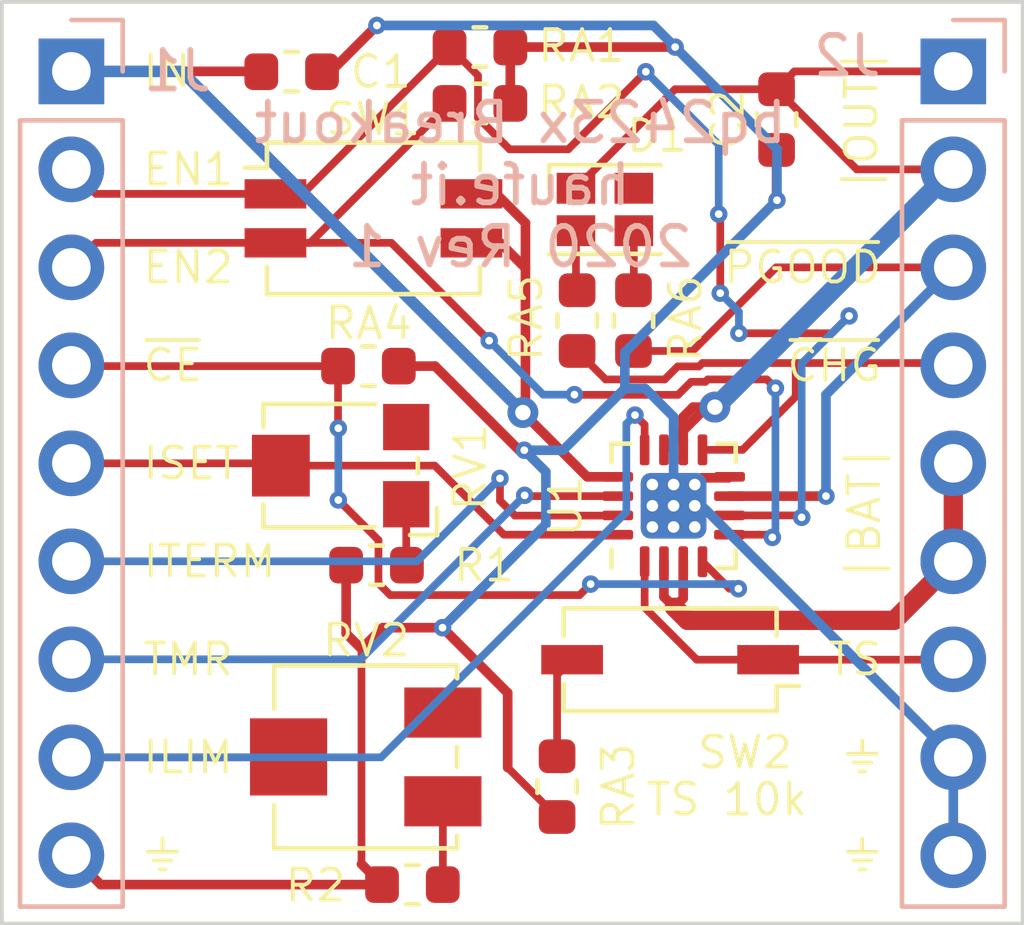
<source format=kicad_pcb>
(kicad_pcb (version 20171130) (host pcbnew 5.1.6+dfsg1-1)

  (general
    (thickness 1.6002)
    (drawings 22)
    (tracks 211)
    (zones 0)
    (modules 18)
    (nets 20)
  )

  (page A4)
  (title_block
    (rev 1)
  )

  (layers
    (0 Front signal)
    (31 Back signal)
    (34 B.Paste user)
    (35 F.Paste user)
    (36 B.SilkS user)
    (37 F.SilkS user)
    (38 B.Mask user)
    (39 F.Mask user)
    (44 Edge.Cuts user)
    (45 Margin user)
    (46 B.CrtYd user)
    (47 F.CrtYd user)
    (48 B.Fab user hide)
    (49 F.Fab user hide)
  )

  (setup
    (last_trace_width 0.2)
    (user_trace_width 0.1)
    (user_trace_width 0.2)
    (user_trace_width 0.25)
    (user_trace_width 0.3)
    (user_trace_width 0.5)
    (trace_clearance 0.2)
    (zone_clearance 0.508)
    (zone_45_only no)
    (trace_min 0.1)
    (via_size 0.8)
    (via_drill 0.4)
    (via_min_size 0.45)
    (via_min_drill 0.2)
    (user_via 0.45 0.2)
    (user_via 0.8 0.4)
    (uvia_size 0.8)
    (uvia_drill 0.4)
    (uvias_allowed no)
    (uvia_min_size 0)
    (uvia_min_drill 0)
    (edge_width 0.1)
    (segment_width 0.1)
    (pcb_text_width 0.3)
    (pcb_text_size 1.5 1.5)
    (mod_edge_width 0.1)
    (mod_text_size 0.8 0.8)
    (mod_text_width 0.1)
    (pad_size 1.524 1.524)
    (pad_drill 0.762)
    (pad_to_mask_clearance 0)
    (solder_mask_min_width 0.1)
    (aux_axis_origin 0 0)
    (visible_elements FFFFFF7F)
    (pcbplotparams
      (layerselection 0x010fc_ffffffff)
      (usegerberextensions false)
      (usegerberattributes false)
      (usegerberadvancedattributes false)
      (creategerberjobfile false)
      (excludeedgelayer true)
      (linewidth 0.152400)
      (plotframeref false)
      (viasonmask false)
      (mode 1)
      (useauxorigin false)
      (hpglpennumber 1)
      (hpglpenspeed 20)
      (hpglpendiameter 15.000000)
      (psnegative false)
      (psa4output false)
      (plotreference true)
      (plotvalue false)
      (plotinvisibletext false)
      (padsonsilk false)
      (subtractmaskfromsilk true)
      (outputformat 1)
      (mirror false)
      (drillshape 0)
      (scaleselection 1)
      (outputdirectory "./gerbers_for_aisler"))
  )

  (net 0 "")
  (net 1 /OUT)
  (net 2 /ISET)
  (net 3 /ITERM)
  (net 4 /TMR)
  (net 5 /ILIM)
  (net 6 /~CHG)
  (net 7 GND)
  (net 8 /~PGOOD)
  (net 9 /EN1)
  (net 10 /EN2)
  (net 11 /~CE)
  (net 12 /BAT)
  (net 13 /TS)
  (net 14 /IN)
  (net 15 "Net-(R1-Pad1)")
  (net 16 "Net-(R2-Pad1)")
  (net 17 "Net-(RA3-Pad2)")
  (net 18 "Net-(D1-Pad4)")
  (net 19 "Net-(D1-Pad3)")

  (net_class Default "This is the default net class."
    (clearance 0.2)
    (trace_width 0.2)
    (via_dia 0.8)
    (via_drill 0.4)
    (uvia_dia 0.8)
    (uvia_drill 0.4)
    (diff_pair_width 0.25)
    (diff_pair_gap 0.25)
    (add_net /BAT)
    (add_net /EN1)
    (add_net /EN2)
    (add_net /ILIM)
    (add_net /IN)
    (add_net /ISET)
    (add_net /ITERM)
    (add_net /OUT)
    (add_net /TMR)
    (add_net /TS)
    (add_net /~CE)
    (add_net /~CHG)
    (add_net /~PGOOD)
    (add_net "Net-(D1-Pad3)")
    (add_net "Net-(D1-Pad4)")
    (add_net "Net-(R1-Pad1)")
    (add_net "Net-(R2-Pad1)")
    (add_net "Net-(RA3-Pad2)")
  )

  (net_class GND ""
    (clearance 0.1)
    (trace_width 0.25)
    (via_dia 0.8)
    (via_drill 0.4)
    (uvia_dia 0.8)
    (uvia_drill 0.4)
    (diff_pair_width 0.25)
    (diff_pair_gap 0.25)
    (add_net GND)
  )

  (net_class Min ""
    (clearance 0.1)
    (trace_width 0.1)
    (via_dia 0.45)
    (via_drill 0.2)
    (uvia_dia 0.45)
    (uvia_drill 0.2)
    (diff_pair_width 0.12)
    (diff_pair_gap 0.12)
  )

  (module Resistor_SMD:R_0603_1608Metric (layer Front) (tedit 5B301BBD) (tstamp 5F1BBA16)
    (at 114.57 106.46 270)
    (descr "Resistor SMD 0603 (1608 Metric), square (rectangular) end terminal, IPC_7351 nominal, (Body size source: http://www.tortai-tech.com/upload/download/2011102023233369053.pdf), generated with kicad-footprint-generator")
    (tags resistor)
    (path /5F28FC99)
    (attr smd)
    (fp_text reference RA6 (at -0.05 -1.35 90) (layer F.SilkS)
      (effects (font (size 0.8 0.8) (thickness 0.1)))
    )
    (fp_text value 10k (at 0 1.43 90) (layer F.Fab)
      (effects (font (size 1 1) (thickness 0.15)))
    )
    (fp_text user %R (at 0 0 90) (layer F.Fab)
      (effects (font (size 0.4 0.4) (thickness 0.06)))
    )
    (fp_line (start -0.8 0.4) (end -0.8 -0.4) (layer F.Fab) (width 0.1))
    (fp_line (start -0.8 -0.4) (end 0.8 -0.4) (layer F.Fab) (width 0.1))
    (fp_line (start 0.8 -0.4) (end 0.8 0.4) (layer F.Fab) (width 0.1))
    (fp_line (start 0.8 0.4) (end -0.8 0.4) (layer F.Fab) (width 0.1))
    (fp_line (start -0.162779 -0.51) (end 0.162779 -0.51) (layer F.SilkS) (width 0.12))
    (fp_line (start -0.162779 0.51) (end 0.162779 0.51) (layer F.SilkS) (width 0.12))
    (fp_line (start -1.48 0.73) (end -1.48 -0.73) (layer F.CrtYd) (width 0.05))
    (fp_line (start -1.48 -0.73) (end 1.48 -0.73) (layer F.CrtYd) (width 0.05))
    (fp_line (start 1.48 -0.73) (end 1.48 0.73) (layer F.CrtYd) (width 0.05))
    (fp_line (start 1.48 0.73) (end -1.48 0.73) (layer F.CrtYd) (width 0.05))
    (pad 2 smd roundrect (at 0.7875 0 270) (size 0.875 0.95) (layers Front F.Paste F.Mask) (roundrect_rratio 0.25)
      (net 8 /~PGOOD))
    (pad 1 smd roundrect (at -0.7875 0 270) (size 0.875 0.95) (layers Front F.Paste F.Mask) (roundrect_rratio 0.25)
      (net 19 "Net-(D1-Pad3)"))
    (model ${KISYS3DMOD}/Resistor_SMD.3dshapes/R_0603_1608Metric.wrl
      (at (xyz 0 0 0))
      (scale (xyz 1 1 1))
      (rotate (xyz 0 0 0))
    )
  )

  (module Resistor_SMD:R_0603_1608Metric (layer Front) (tedit 5B301BBD) (tstamp 5F1BBA05)
    (at 113.11 106.46 270)
    (descr "Resistor SMD 0603 (1608 Metric), square (rectangular) end terminal, IPC_7351 nominal, (Body size source: http://www.tortai-tech.com/upload/download/2011102023233369053.pdf), generated with kicad-footprint-generator")
    (tags resistor)
    (path /5F28F5C0)
    (attr smd)
    (fp_text reference RA5 (at -0.07 1.32 90) (layer F.SilkS)
      (effects (font (size 0.8 0.8) (thickness 0.1)))
    )
    (fp_text value 10k (at 0 1.43 90) (layer F.Fab)
      (effects (font (size 1 1) (thickness 0.15)))
    )
    (fp_text user %R (at 0 0 90) (layer F.Fab)
      (effects (font (size 0.4 0.4) (thickness 0.06)))
    )
    (fp_line (start -0.8 0.4) (end -0.8 -0.4) (layer F.Fab) (width 0.1))
    (fp_line (start -0.8 -0.4) (end 0.8 -0.4) (layer F.Fab) (width 0.1))
    (fp_line (start 0.8 -0.4) (end 0.8 0.4) (layer F.Fab) (width 0.1))
    (fp_line (start 0.8 0.4) (end -0.8 0.4) (layer F.Fab) (width 0.1))
    (fp_line (start -0.162779 -0.51) (end 0.162779 -0.51) (layer F.SilkS) (width 0.12))
    (fp_line (start -0.162779 0.51) (end 0.162779 0.51) (layer F.SilkS) (width 0.12))
    (fp_line (start -1.48 0.73) (end -1.48 -0.73) (layer F.CrtYd) (width 0.05))
    (fp_line (start -1.48 -0.73) (end 1.48 -0.73) (layer F.CrtYd) (width 0.05))
    (fp_line (start 1.48 -0.73) (end 1.48 0.73) (layer F.CrtYd) (width 0.05))
    (fp_line (start 1.48 0.73) (end -1.48 0.73) (layer F.CrtYd) (width 0.05))
    (pad 2 smd roundrect (at 0.7875 0 270) (size 0.875 0.95) (layers Front F.Paste F.Mask) (roundrect_rratio 0.25)
      (net 6 /~CHG))
    (pad 1 smd roundrect (at -0.7875 0 270) (size 0.875 0.95) (layers Front F.Paste F.Mask) (roundrect_rratio 0.25)
      (net 18 "Net-(D1-Pad4)"))
    (model ${KISYS3DMOD}/Resistor_SMD.3dshapes/R_0603_1608Metric.wrl
      (at (xyz 0 0 0))
      (scale (xyz 1 1 1))
      (rotate (xyz 0 0 0))
    )
  )

  (module LED_SMD:LED_Cree-PLCC4_2x2mm_CW (layer Front) (tedit 59D415EA) (tstamp 5F1BB8C4)
    (at 113.83 103.58)
    (descr "2.0mm x 2.0mm PLCC4 LED, http://www.cree.com/~/media/Files/Cree/LED-Components-and-Modules/HB/Data-Sheets/CLMVBFKA.pdf")
    (tags "LED Cree PLCC-4")
    (path /5F28149B)
    (attr smd)
    (fp_text reference D1 (at 1.35 -1.91) (layer F.SilkS)
      (effects (font (size 0.8 0.8) (thickness 0.1)))
    )
    (fp_text value LED_ABGR (at 0 2.25) (layer F.Fab)
      (effects (font (size 1 1) (thickness 0.15)))
    )
    (fp_text user %R (at 0 0) (layer F.Fab)
      (effects (font (size 0.5 0.5) (thickness 0.075)))
    )
    (fp_circle (center 0 0) (end 0.8 0) (layer F.Fab) (width 0.1))
    (fp_line (start -1.7 -1.4) (end -1.7 1.4) (layer F.CrtYd) (width 0.05))
    (fp_line (start -1.7 1.4) (end 1.7 1.4) (layer F.CrtYd) (width 0.05))
    (fp_line (start 1.7 1.4) (end 1.7 -1.4) (layer F.CrtYd) (width 0.05))
    (fp_line (start 1.7 -1.4) (end -1.7 -1.4) (layer F.CrtYd) (width 0.05))
    (fp_line (start 0 -1) (end -1 0) (layer F.Fab) (width 0.1))
    (fp_line (start -1 -1) (end -1 1) (layer F.Fab) (width 0.1))
    (fp_line (start -1 1) (end 1 1) (layer F.Fab) (width 0.1))
    (fp_line (start 1 1) (end 1 -1) (layer F.Fab) (width 0.1))
    (fp_line (start 1 -1) (end -1 -1) (layer F.Fab) (width 0.1))
    (fp_line (start -1.45 -0.55) (end -1.45 -1.15) (layer F.SilkS) (width 0.12))
    (fp_line (start -1.45 -1.15) (end 1.45 -1.15) (layer F.SilkS) (width 0.12))
    (fp_line (start -1.45 1.15) (end 1.45 1.15) (layer F.SilkS) (width 0.12))
    (pad 4 smd rect (at -0.75 0.55) (size 1 0.8) (layers Front F.Paste F.Mask)
      (net 18 "Net-(D1-Pad4)"))
    (pad 3 smd rect (at 0.75 0.55) (size 1 0.8) (layers Front F.Paste F.Mask)
      (net 19 "Net-(D1-Pad3)"))
    (pad 2 smd rect (at 0.75 -0.55) (size 1 0.8) (layers Front F.Paste F.Mask))
    (pad 1 smd rect (at -0.75 -0.55) (size 1 0.8) (layers Front F.Paste F.Mask)
      (net 1 /OUT))
    (model ${KISYS3DMOD}/LED_SMD.3dshapes/LED_Cree-PLCC4_2x2mm_CW.wrl
      (at (xyz 0 0 0))
      (scale (xyz 1 1 1))
      (rotate (xyz 0 0 0))
    )
  )

  (module Potentiometer_SMD:Potentiometer_Bourns_TC33X_Vertical (layer Front) (tedit 5C165D15) (tstamp 5F1B2004)
    (at 106.88 110.22 180)
    (descr "Potentiometer, Bourns, TC33X, Vertical, https://www.bourns.com/pdfs/TC33.pdf")
    (tags "Potentiometer Bourns TC33X Vertical")
    (path /5F2322AC)
    (attr smd)
    (fp_text reference RV1 (at -3.46 -0.04 90) (layer F.SilkS)
      (effects (font (size 0.8 0.8) (thickness 0.1)))
    )
    (fp_text value 30k (at 0 2.5) (layer F.Fab)
      (effects (font (size 1 1) (thickness 0.15)))
    )
    (fp_text user "Wiper may be\nanywhere within\ncircle shown" (at -0.15 -0.8) (layer Cmts.User)
      (effects (font (size 0.15 0.15) (thickness 0.02)))
    )
    (fp_text user %R (at 0 0) (layer F.Fab)
      (effects (font (size 0.7 0.7) (thickness 0.105)))
    )
    (fp_circle (center 0 0) (end 1.5 0) (layer F.Fab) (width 0.1))
    (fp_line (start -2 -0.75) (end -2 1.5) (layer F.Fab) (width 0.1))
    (fp_line (start -2 1.5) (end 1.8 1.5) (layer F.Fab) (width 0.1))
    (fp_line (start 1.8 1.5) (end 1.8 -1.5) (layer F.Fab) (width 0.1))
    (fp_line (start 1.8 -1.5) (end -1.25 -1.5) (layer F.Fab) (width 0.1))
    (fp_line (start -1.25 -1.5) (end -2 -0.75) (layer F.Fab) (width 0.1))
    (fp_line (start -2.1 -0.2) (end -2.1 0.2) (layer F.SilkS) (width 0.12))
    (fp_line (start -1 -1.6) (end 1.9 -1.6) (layer F.SilkS) (width 0.12))
    (fp_line (start 1.9 -1.6) (end 1.9 -1) (layer F.SilkS) (width 0.12))
    (fp_line (start -1 1.6) (end 1.9 1.6) (layer F.SilkS) (width 0.12))
    (fp_line (start 1.9 1.6) (end 1.9 1) (layer F.SilkS) (width 0.12))
    (fp_line (start -1.9 -1.8) (end -2.6 -1.8) (layer F.SilkS) (width 0.12))
    (fp_line (start -2.6 -1.8) (end -2.6 -1.1) (layer F.SilkS) (width 0.12))
    (fp_line (start -2.65 -1.85) (end 2.45 -1.85) (layer F.CrtYd) (width 0.05))
    (fp_line (start 2.45 -1.85) (end 2.45 1.85) (layer F.CrtYd) (width 0.05))
    (fp_line (start 2.45 1.85) (end -2.65 1.85) (layer F.CrtYd) (width 0.05))
    (fp_line (start -2.65 1.85) (end -2.65 -1.85) (layer F.CrtYd) (width 0.05))
    (fp_circle (center 0 0) (end 1.8 0) (layer Dwgs.User) (width 0.05))
    (pad 2 smd rect (at 1.45 0 180) (size 1.5 1.6) (layers Front F.Paste F.Mask)
      (net 2 /ISET))
    (pad 3 smd rect (at -1.8 1 180) (size 1.2 1.2) (layers Front F.Paste F.Mask))
    (pad 1 smd rect (at -1.8 -1 180) (size 1.2 1.2) (layers Front F.Paste F.Mask)
      (net 15 "Net-(R1-Pad1)"))
    (model ${KISYS3DMOD}/Potentiometer_SMD.3dshapes/Potentiometer_Bourns_TC33X_Vertical.wrl
      (at (xyz 0 0 0))
      (scale (xyz 1 1 1))
      (rotate (xyz 0 0 0))
    )
  )

  (module Potentiometer_SMD:Potentiometer_Bourns_3314J_Vertical (layer Front) (tedit 5A81E1D7) (tstamp 5F1AFDF9)
    (at 107.63 117.77 270)
    (descr "Potentiometer, vertical, Bourns 3314J, http://www.bourns.com/docs/Product-Datasheets/3314.pdf")
    (tags "Potentiometer vertical Bourns 3314J")
    (path /5F225D7E)
    (attr smd)
    (fp_text reference RV2 (at -3.02 -0.01 180) (layer F.SilkS)
      (effects (font (size 0.8 0.8) (thickness 0.1)))
    )
    (fp_text value 4k7 (at 0 4.25 90) (layer F.Fab)
      (effects (font (size 1 1) (thickness 0.15)))
    )
    (fp_text user %R (at 0 -1.7 90) (layer F.Fab)
      (effects (font (size 0.63 0.63) (thickness 0.15)))
    )
    (fp_circle (center 0 0) (end 1 0) (layer F.Fab) (width 0.1))
    (fp_line (start -2.25 -2.25) (end -2.25 2.25) (layer F.Fab) (width 0.1))
    (fp_line (start -2.25 2.25) (end 2.25 2.25) (layer F.Fab) (width 0.1))
    (fp_line (start 2.25 2.25) (end 2.25 -2.25) (layer F.Fab) (width 0.1))
    (fp_line (start 2.25 -2.25) (end -2.25 -2.25) (layer F.Fab) (width 0.1))
    (fp_line (start 0 0.99) (end 0.001 -0.989) (layer F.Fab) (width 0.1))
    (fp_line (start 0 0.99) (end 0.001 -0.989) (layer F.Fab) (width 0.1))
    (fp_line (start 2.04 -2.37) (end 2.37 -2.37) (layer F.SilkS) (width 0.12))
    (fp_line (start -2.37 -2.37) (end -2.039 -2.37) (layer F.SilkS) (width 0.12))
    (fp_line (start -0.259 -2.37) (end 0.26 -2.37) (layer F.SilkS) (width 0.12))
    (fp_line (start -2.37 2.37) (end -1.24 2.37) (layer F.SilkS) (width 0.12))
    (fp_line (start 1.24 2.37) (end 2.37 2.37) (layer F.SilkS) (width 0.12))
    (fp_line (start -2.37 -2.37) (end -2.37 2.37) (layer F.SilkS) (width 0.12))
    (fp_line (start 2.37 -2.37) (end 2.37 2.37) (layer F.SilkS) (width 0.12))
    (fp_line (start -2.5 -3.25) (end -2.5 3.25) (layer F.CrtYd) (width 0.05))
    (fp_line (start -2.5 3.25) (end 2.5 3.25) (layer F.CrtYd) (width 0.05))
    (fp_line (start 2.5 3.25) (end 2.5 -3.25) (layer F.CrtYd) (width 0.05))
    (fp_line (start 2.5 -3.25) (end -2.5 -3.25) (layer F.CrtYd) (width 0.05))
    (pad 3 smd rect (at -1.15 -2 270) (size 1.3 2) (layers Front F.Paste F.Mask))
    (pad 2 smd rect (at 0 2 270) (size 2 2) (layers Front F.Paste F.Mask)
      (net 5 /ILIM))
    (pad 1 smd rect (at 1.15 -2 270) (size 1.3 2) (layers Front F.Paste F.Mask)
      (net 16 "Net-(R2-Pad1)"))
    (model ${KISYS3DMOD}/Potentiometer_SMD.3dshapes/Potentiometer_Bourns_3314J_Vertical.wrl
      (at (xyz 0 0 0))
      (scale (xyz 1 1 1))
      (rotate (xyz 0 0 0))
    )
  )

  (module Resistor_SMD:R_0603_1608Metric (layer Front) (tedit 5B301BBD) (tstamp 5F1B1A3D)
    (at 108.84 121.08 180)
    (descr "Resistor SMD 0603 (1608 Metric), square (rectangular) end terminal, IPC_7351 nominal, (Body size source: http://www.tortai-tech.com/upload/download/2011102023233369053.pdf), generated with kicad-footprint-generator")
    (tags resistor)
    (path /5F227F99)
    (attr smd)
    (fp_text reference R2 (at 2.51 -0.02 180) (layer F.SilkS)
      (effects (font (size 0.8 0.8) (thickness 0.1)))
    )
    (fp_text value 3k09 (at 0 1.43 180) (layer F.Fab)
      (effects (font (size 1 1) (thickness 0.15)))
    )
    (fp_text user %R (at 0 0 180) (layer F.Fab)
      (effects (font (size 0.4 0.4) (thickness 0.06)))
    )
    (fp_line (start -0.8 0.4) (end -0.8 -0.4) (layer F.Fab) (width 0.1))
    (fp_line (start -0.8 -0.4) (end 0.8 -0.4) (layer F.Fab) (width 0.1))
    (fp_line (start 0.8 -0.4) (end 0.8 0.4) (layer F.Fab) (width 0.1))
    (fp_line (start 0.8 0.4) (end -0.8 0.4) (layer F.Fab) (width 0.1))
    (fp_line (start -0.162779 -0.51) (end 0.162779 -0.51) (layer F.SilkS) (width 0.12))
    (fp_line (start -0.162779 0.51) (end 0.162779 0.51) (layer F.SilkS) (width 0.12))
    (fp_line (start -1.48 0.73) (end -1.48 -0.73) (layer F.CrtYd) (width 0.05))
    (fp_line (start -1.48 -0.73) (end 1.48 -0.73) (layer F.CrtYd) (width 0.05))
    (fp_line (start 1.48 -0.73) (end 1.48 0.73) (layer F.CrtYd) (width 0.05))
    (fp_line (start 1.48 0.73) (end -1.48 0.73) (layer F.CrtYd) (width 0.05))
    (pad 2 smd roundrect (at 0.7875 0 180) (size 0.875 0.95) (layers Front F.Paste F.Mask) (roundrect_rratio 0.25)
      (net 7 GND))
    (pad 1 smd roundrect (at -0.7875 0 180) (size 0.875 0.95) (layers Front F.Paste F.Mask) (roundrect_rratio 0.25)
      (net 16 "Net-(R2-Pad1)"))
    (model ${KISYS3DMOD}/Resistor_SMD.3dshapes/R_0603_1608Metric.wrl
      (at (xyz 0 0 0))
      (scale (xyz 1 1 1))
      (rotate (xyz 0 0 0))
    )
  )

  (module Resistor_SMD:R_0603_1608Metric (layer Front) (tedit 5B301BBD) (tstamp 5F1AFD8E)
    (at 107.91 112.8 180)
    (descr "Resistor SMD 0603 (1608 Metric), square (rectangular) end terminal, IPC_7351 nominal, (Body size source: http://www.tortai-tech.com/upload/download/2011102023233369053.pdf), generated with kicad-footprint-generator")
    (tags resistor)
    (path /5F234E0F)
    (attr smd)
    (fp_text reference R1 (at -2.79 -0.01 180) (layer F.SilkS)
      (effects (font (size 0.8 0.8) (thickness 0.1)))
    )
    (fp_text value 1k8 (at 0 1.43 180) (layer F.Fab)
      (effects (font (size 1 1) (thickness 0.15)))
    )
    (fp_text user %R (at 0 0 180) (layer F.Fab)
      (effects (font (size 0.4 0.4) (thickness 0.06)))
    )
    (fp_line (start -0.8 0.4) (end -0.8 -0.4) (layer F.Fab) (width 0.1))
    (fp_line (start -0.8 -0.4) (end 0.8 -0.4) (layer F.Fab) (width 0.1))
    (fp_line (start 0.8 -0.4) (end 0.8 0.4) (layer F.Fab) (width 0.1))
    (fp_line (start 0.8 0.4) (end -0.8 0.4) (layer F.Fab) (width 0.1))
    (fp_line (start -0.162779 -0.51) (end 0.162779 -0.51) (layer F.SilkS) (width 0.12))
    (fp_line (start -0.162779 0.51) (end 0.162779 0.51) (layer F.SilkS) (width 0.12))
    (fp_line (start -1.48 0.73) (end -1.48 -0.73) (layer F.CrtYd) (width 0.05))
    (fp_line (start -1.48 -0.73) (end 1.48 -0.73) (layer F.CrtYd) (width 0.05))
    (fp_line (start 1.48 -0.73) (end 1.48 0.73) (layer F.CrtYd) (width 0.05))
    (fp_line (start 1.48 0.73) (end -1.48 0.73) (layer F.CrtYd) (width 0.05))
    (pad 2 smd roundrect (at 0.7875 0 180) (size 0.875 0.95) (layers Front F.Paste F.Mask) (roundrect_rratio 0.25)
      (net 7 GND))
    (pad 1 smd roundrect (at -0.7875 0 180) (size 0.875 0.95) (layers Front F.Paste F.Mask) (roundrect_rratio 0.25)
      (net 15 "Net-(R1-Pad1)"))
    (model ${KISYS3DMOD}/Resistor_SMD.3dshapes/R_0603_1608Metric.wrl
      (at (xyz 0 0 0))
      (scale (xyz 1 1 1))
      (rotate (xyz 0 0 0))
    )
  )

  (module Resistor_SMD:R_0603_1608Metric (layer Front) (tedit 5B301BBD) (tstamp 5F1B450D)
    (at 107.7 107.64)
    (descr "Resistor SMD 0603 (1608 Metric), square (rectangular) end terminal, IPC_7351 nominal, (Body size source: http://www.tortai-tech.com/upload/download/2011102023233369053.pdf), generated with kicad-footprint-generator")
    (tags resistor)
    (path /5F213BE1)
    (attr smd)
    (fp_text reference RA4 (at 0.01 -1.11) (layer F.SilkS)
      (effects (font (size 0.8 0.8) (thickness 0.1)))
    )
    (fp_text value 10k (at 0 1.43) (layer F.Fab)
      (effects (font (size 1 1) (thickness 0.15)))
    )
    (fp_text user %R (at 0 0) (layer F.Fab)
      (effects (font (size 0.4 0.4) (thickness 0.06)))
    )
    (fp_line (start -0.8 0.4) (end -0.8 -0.4) (layer F.Fab) (width 0.1))
    (fp_line (start -0.8 -0.4) (end 0.8 -0.4) (layer F.Fab) (width 0.1))
    (fp_line (start 0.8 -0.4) (end 0.8 0.4) (layer F.Fab) (width 0.1))
    (fp_line (start 0.8 0.4) (end -0.8 0.4) (layer F.Fab) (width 0.1))
    (fp_line (start -0.162779 -0.51) (end 0.162779 -0.51) (layer F.SilkS) (width 0.12))
    (fp_line (start -0.162779 0.51) (end 0.162779 0.51) (layer F.SilkS) (width 0.12))
    (fp_line (start -1.48 0.73) (end -1.48 -0.73) (layer F.CrtYd) (width 0.05))
    (fp_line (start -1.48 -0.73) (end 1.48 -0.73) (layer F.CrtYd) (width 0.05))
    (fp_line (start 1.48 -0.73) (end 1.48 0.73) (layer F.CrtYd) (width 0.05))
    (fp_line (start 1.48 0.73) (end -1.48 0.73) (layer F.CrtYd) (width 0.05))
    (pad 2 smd roundrect (at 0.7875 0) (size 0.875 0.95) (layers Front F.Paste F.Mask) (roundrect_rratio 0.25)
      (net 7 GND))
    (pad 1 smd roundrect (at -0.7875 0) (size 0.875 0.95) (layers Front F.Paste F.Mask) (roundrect_rratio 0.25)
      (net 11 /~CE))
    (model ${KISYS3DMOD}/Resistor_SMD.3dshapes/R_0603_1608Metric.wrl
      (at (xyz 0 0 0))
      (scale (xyz 1 1 1))
      (rotate (xyz 0 0 0))
    )
  )

  (module Connector_PinHeader_2.54mm:PinHeader_1x09_P2.54mm_Vertical (layer Back) (tedit 59FED5CC) (tstamp 5F16DA72)
    (at 122.86 100 180)
    (descr "Through hole straight pin header, 1x09, 2.54mm pitch, single row")
    (tags "Through hole pin header THT 1x09 2.54mm single row")
    (path /5F16DACF)
    (fp_text reference J2 (at 2.75 0.4) (layer B.SilkS)
      (effects (font (size 1 1) (thickness 0.15)) (justify mirror))
    )
    (fp_text value Conn_01x08 (at 0 -22.65) (layer B.Fab)
      (effects (font (size 1 1) (thickness 0.15)) (justify mirror))
    )
    (fp_text user %R (at 0 -10.16 270) (layer B.Fab)
      (effects (font (size 1 1) (thickness 0.15)) (justify mirror))
    )
    (fp_line (start -0.635 1.27) (end 1.27 1.27) (layer B.Fab) (width 0.1))
    (fp_line (start 1.27 1.27) (end 1.27 -21.59) (layer B.Fab) (width 0.1))
    (fp_line (start 1.27 -21.59) (end -1.27 -21.59) (layer B.Fab) (width 0.1))
    (fp_line (start -1.27 -21.59) (end -1.27 0.635) (layer B.Fab) (width 0.1))
    (fp_line (start -1.27 0.635) (end -0.635 1.27) (layer B.Fab) (width 0.1))
    (fp_line (start -1.33 -21.65) (end 1.33 -21.65) (layer B.SilkS) (width 0.12))
    (fp_line (start -1.33 -1.27) (end -1.33 -21.65) (layer B.SilkS) (width 0.12))
    (fp_line (start 1.33 -1.27) (end 1.33 -21.65) (layer B.SilkS) (width 0.12))
    (fp_line (start -1.33 -1.27) (end 1.33 -1.27) (layer B.SilkS) (width 0.12))
    (fp_line (start -1.33 0) (end -1.33 1.33) (layer B.SilkS) (width 0.12))
    (fp_line (start -1.33 1.33) (end 0 1.33) (layer B.SilkS) (width 0.12))
    (fp_line (start -1.8 1.8) (end -1.8 -22.1) (layer B.CrtYd) (width 0.05))
    (fp_line (start -1.8 -22.1) (end 1.8 -22.1) (layer B.CrtYd) (width 0.05))
    (fp_line (start 1.8 -22.1) (end 1.8 1.8) (layer B.CrtYd) (width 0.05))
    (fp_line (start 1.8 1.8) (end -1.8 1.8) (layer B.CrtYd) (width 0.05))
    (pad 9 thru_hole oval (at 0 -20.32 180) (size 1.7 1.7) (drill 1) (layers *.Cu *.Mask)
      (net 7 GND))
    (pad 8 thru_hole oval (at 0 -17.78 180) (size 1.7 1.7) (drill 1) (layers *.Cu *.Mask)
      (net 7 GND))
    (pad 7 thru_hole oval (at 0 -15.24 180) (size 1.7 1.7) (drill 1) (layers *.Cu *.Mask)
      (net 13 /TS))
    (pad 6 thru_hole oval (at 0 -12.7 180) (size 1.7 1.7) (drill 1) (layers *.Cu *.Mask)
      (net 12 /BAT))
    (pad 5 thru_hole oval (at 0 -10.16 180) (size 1.7 1.7) (drill 1) (layers *.Cu *.Mask)
      (net 12 /BAT))
    (pad 4 thru_hole oval (at 0 -7.62 180) (size 1.7 1.7) (drill 1) (layers *.Cu *.Mask)
      (net 6 /~CHG))
    (pad 3 thru_hole oval (at 0 -5.08 180) (size 1.7 1.7) (drill 1) (layers *.Cu *.Mask)
      (net 8 /~PGOOD))
    (pad 2 thru_hole oval (at 0 -2.54 180) (size 1.7 1.7) (drill 1) (layers *.Cu *.Mask)
      (net 1 /OUT))
    (pad 1 thru_hole rect (at 0 0 180) (size 1.7 1.7) (drill 1) (layers *.Cu *.Mask)
      (net 1 /OUT))
    (model ${KISYS3DMOD}/Connector_PinHeader_2.54mm.3dshapes/PinHeader_1x09_P2.54mm_Vertical.wrl
      (at (xyz 0 0 0))
      (scale (xyz 1 1 1))
      (rotate (xyz 0 0 0))
    )
  )

  (module Button_Switch_SMD:SW_DIP_SPSTx01_Slide_Copal_CHS-01A_W5.08mm_P1.27mm_JPin (layer Front) (tedit 5A4E1407) (tstamp 5F1ADF31)
    (at 115.52 115.25 180)
    (descr "SMD 1x-dip-switch SPST Copal_CHS-01A, Slide, row spacing 5.08 mm (200 mils), body size  (see http://www.nidec-copal-electronics.com/e/catalog/switch/chs.pdf), SMD, JPin")
    (tags "SMD DIP Switch SPST Slide 5.08mm 200mil SMD JPin")
    (path /5F1FE496)
    (attr smd)
    (fp_text reference SW2 (at -1.94 -2.4) (layer F.SilkS)
      (effects (font (size 0.8 0.8) (thickness 0.1)))
    )
    (fp_text value SW_DIP_x01 (at 0 2.33) (layer F.Fab)
      (effects (font (size 1 1) (thickness 0.15)))
    )
    (fp_text user on (at 0.83 -0.76) (layer F.Fab)
      (effects (font (size 0.6 0.6) (thickness 0.09)))
    )
    (fp_text user %R (at 2.1 0 90) (layer F.Fab)
      (effects (font (size 0.6 0.6) (thickness 0.09)))
    )
    (fp_line (start -1.7 -1.27) (end 2.7 -1.27) (layer F.Fab) (width 0.1))
    (fp_line (start 2.7 -1.27) (end 2.7 1.27) (layer F.Fab) (width 0.1))
    (fp_line (start 2.7 1.27) (end -2.7 1.27) (layer F.Fab) (width 0.1))
    (fp_line (start -2.7 1.27) (end -2.7 -0.27) (layer F.Fab) (width 0.1))
    (fp_line (start -2.7 -0.27) (end -1.7 -1.27) (layer F.Fab) (width 0.1))
    (fp_line (start -1.5 -0.25) (end -1.5 0.25) (layer F.Fab) (width 0.1))
    (fp_line (start -1.5 0.25) (end 1.5 0.25) (layer F.Fab) (width 0.1))
    (fp_line (start 1.5 0.25) (end 1.5 -0.25) (layer F.Fab) (width 0.1))
    (fp_line (start 1.5 -0.25) (end -1.5 -0.25) (layer F.Fab) (width 0.1))
    (fp_line (start -1.5 -0.15) (end -0.5 -0.15) (layer F.Fab) (width 0.1))
    (fp_line (start -1.5 -0.05) (end -0.5 -0.05) (layer F.Fab) (width 0.1))
    (fp_line (start -1.5 0.05) (end -0.5 0.05) (layer F.Fab) (width 0.1))
    (fp_line (start -1.5 0.15) (end -0.5 0.15) (layer F.Fab) (width 0.1))
    (fp_line (start -0.5 -0.25) (end -0.5 0.25) (layer F.Fab) (width 0.1))
    (fp_line (start -2.761 1.33) (end 2.76 1.33) (layer F.SilkS) (width 0.12))
    (fp_line (start -3.34 -0.68) (end -2.761 -0.68) (layer F.SilkS) (width 0.12))
    (fp_line (start -2.761 -1.33) (end -2.761 -0.68) (layer F.SilkS) (width 0.12))
    (fp_line (start -2.761 -1.33) (end 2.76 -1.33) (layer F.SilkS) (width 0.12))
    (fp_line (start 2.76 -1.33) (end 2.76 -0.62) (layer F.SilkS) (width 0.12))
    (fp_line (start -2.761 0.62) (end -2.761 1.33) (layer F.SilkS) (width 0.12))
    (fp_line (start 2.76 0.62) (end 2.76 1.33) (layer F.SilkS) (width 0.12))
    (fp_line (start -3.6 -1.6) (end -3.6 1.6) (layer F.CrtYd) (width 0.05))
    (fp_line (start -3.6 1.6) (end 3.6 1.6) (layer F.CrtYd) (width 0.05))
    (fp_line (start 3.6 1.6) (end 3.6 -1.6) (layer F.CrtYd) (width 0.05))
    (fp_line (start 3.6 -1.6) (end -3.6 -1.6) (layer F.CrtYd) (width 0.05))
    (pad 2 smd rect (at 2.54 0 180) (size 1.6 0.76) (layers Front F.Paste F.Mask)
      (net 17 "Net-(RA3-Pad2)"))
    (pad 1 smd rect (at -2.54 0 180) (size 1.6 0.76) (layers Front F.Paste F.Mask)
      (net 13 /TS))
    (model ${KISYS3DMOD}/Button_Switch_SMD.3dshapes/SW_DIP_SPSTx01_Slide_Copal_CHS-01A_W5.08mm_P1.27mm_JPin.wrl
      (at (xyz 0 0 0))
      (scale (xyz 1 1 1))
      (rotate (xyz 0 0 0))
    )
  )

  (module Resistor_SMD:R_0603_1608Metric (layer Front) (tedit 5B301BBD) (tstamp 5F1B31F4)
    (at 112.59 118.54 90)
    (descr "Resistor SMD 0603 (1608 Metric), square (rectangular) end terminal, IPC_7351 nominal, (Body size source: http://www.tortai-tech.com/upload/download/2011102023233369053.pdf), generated with kicad-footprint-generator")
    (tags resistor)
    (path /5F20624A)
    (attr smd)
    (fp_text reference RA3 (at 0 1.59 270) (layer F.SilkS)
      (effects (font (size 0.8 0.8) (thickness 0.1)))
    )
    (fp_text value 10k (at 0 1.43 270) (layer F.Fab)
      (effects (font (size 1 1) (thickness 0.15)))
    )
    (fp_text user %R (at 0 0 270) (layer F.Fab)
      (effects (font (size 0.4 0.4) (thickness 0.06)))
    )
    (fp_line (start -0.8 0.4) (end -0.8 -0.4) (layer F.Fab) (width 0.1))
    (fp_line (start -0.8 -0.4) (end 0.8 -0.4) (layer F.Fab) (width 0.1))
    (fp_line (start 0.8 -0.4) (end 0.8 0.4) (layer F.Fab) (width 0.1))
    (fp_line (start 0.8 0.4) (end -0.8 0.4) (layer F.Fab) (width 0.1))
    (fp_line (start -0.162779 -0.51) (end 0.162779 -0.51) (layer F.SilkS) (width 0.12))
    (fp_line (start -0.162779 0.51) (end 0.162779 0.51) (layer F.SilkS) (width 0.12))
    (fp_line (start -1.48 0.73) (end -1.48 -0.73) (layer F.CrtYd) (width 0.05))
    (fp_line (start -1.48 -0.73) (end 1.48 -0.73) (layer F.CrtYd) (width 0.05))
    (fp_line (start 1.48 -0.73) (end 1.48 0.73) (layer F.CrtYd) (width 0.05))
    (fp_line (start 1.48 0.73) (end -1.48 0.73) (layer F.CrtYd) (width 0.05))
    (pad 2 smd roundrect (at 0.7875 0 90) (size 0.875 0.95) (layers Front F.Paste F.Mask) (roundrect_rratio 0.25)
      (net 17 "Net-(RA3-Pad2)"))
    (pad 1 smd roundrect (at -0.7875 0 90) (size 0.875 0.95) (layers Front F.Paste F.Mask) (roundrect_rratio 0.25)
      (net 7 GND))
    (model ${KISYS3DMOD}/Resistor_SMD.3dshapes/R_0603_1608Metric.wrl
      (at (xyz 0 0 0))
      (scale (xyz 1 1 1))
      (rotate (xyz 0 0 0))
    )
  )

  (module Connector_PinHeader_2.54mm:PinHeader_1x09_P2.54mm_Vertical (layer Back) (tedit 59FED5CC) (tstamp 5F16DA56)
    (at 100 100 180)
    (descr "Through hole straight pin header, 1x09, 2.54mm pitch, single row")
    (tags "Through hole pin header THT 1x09 2.54mm single row")
    (path /5F16E820)
    (fp_text reference J1 (at -2.75 0.01) (layer B.SilkS)
      (effects (font (size 1 1) (thickness 0.15)) (justify mirror))
    )
    (fp_text value Conn_01x09 (at 0 -22.65) (layer B.Fab)
      (effects (font (size 1 1) (thickness 0.15)) (justify mirror))
    )
    (fp_text user %R (at 0 -10.16 270) (layer B.Fab)
      (effects (font (size 1 1) (thickness 0.15)) (justify mirror))
    )
    (fp_line (start -0.635 1.27) (end 1.27 1.27) (layer B.Fab) (width 0.1))
    (fp_line (start 1.27 1.27) (end 1.27 -21.59) (layer B.Fab) (width 0.1))
    (fp_line (start 1.27 -21.59) (end -1.27 -21.59) (layer B.Fab) (width 0.1))
    (fp_line (start -1.27 -21.59) (end -1.27 0.635) (layer B.Fab) (width 0.1))
    (fp_line (start -1.27 0.635) (end -0.635 1.27) (layer B.Fab) (width 0.1))
    (fp_line (start -1.33 -21.65) (end 1.33 -21.65) (layer B.SilkS) (width 0.12))
    (fp_line (start -1.33 -1.27) (end -1.33 -21.65) (layer B.SilkS) (width 0.12))
    (fp_line (start 1.33 -1.27) (end 1.33 -21.65) (layer B.SilkS) (width 0.12))
    (fp_line (start -1.33 -1.27) (end 1.33 -1.27) (layer B.SilkS) (width 0.12))
    (fp_line (start -1.33 0) (end -1.33 1.33) (layer B.SilkS) (width 0.12))
    (fp_line (start -1.33 1.33) (end 0 1.33) (layer B.SilkS) (width 0.12))
    (fp_line (start -1.8 1.8) (end -1.8 -22.1) (layer B.CrtYd) (width 0.05))
    (fp_line (start -1.8 -22.1) (end 1.8 -22.1) (layer B.CrtYd) (width 0.05))
    (fp_line (start 1.8 -22.1) (end 1.8 1.8) (layer B.CrtYd) (width 0.05))
    (fp_line (start 1.8 1.8) (end -1.8 1.8) (layer B.CrtYd) (width 0.05))
    (pad 9 thru_hole oval (at 0 -20.32 180) (size 1.7 1.7) (drill 1) (layers *.Cu *.Mask)
      (net 7 GND))
    (pad 8 thru_hole oval (at 0 -17.78 180) (size 1.7 1.7) (drill 1) (layers *.Cu *.Mask)
      (net 5 /ILIM))
    (pad 7 thru_hole oval (at 0 -15.24 180) (size 1.7 1.7) (drill 1) (layers *.Cu *.Mask)
      (net 4 /TMR))
    (pad 6 thru_hole oval (at 0 -12.7 180) (size 1.7 1.7) (drill 1) (layers *.Cu *.Mask)
      (net 3 /ITERM))
    (pad 5 thru_hole oval (at 0 -10.16 180) (size 1.7 1.7) (drill 1) (layers *.Cu *.Mask)
      (net 2 /ISET))
    (pad 4 thru_hole oval (at 0 -7.62 180) (size 1.7 1.7) (drill 1) (layers *.Cu *.Mask)
      (net 11 /~CE))
    (pad 3 thru_hole oval (at 0 -5.08 180) (size 1.7 1.7) (drill 1) (layers *.Cu *.Mask)
      (net 10 /EN2))
    (pad 2 thru_hole oval (at 0 -2.54 180) (size 1.7 1.7) (drill 1) (layers *.Cu *.Mask)
      (net 9 /EN1))
    (pad 1 thru_hole rect (at 0 0 180) (size 1.7 1.7) (drill 1) (layers *.Cu *.Mask)
      (net 14 /IN))
    (model ${KISYS3DMOD}/Connector_PinHeader_2.54mm.3dshapes/PinHeader_1x09_P2.54mm_Vertical.wrl
      (at (xyz 0 0 0))
      (scale (xyz 1 1 1))
      (rotate (xyz 0 0 0))
    )
  )

  (module Capacitor_SMD:C_0603_1608Metric (layer Front) (tedit 5B301BBE) (tstamp 5F1AD690)
    (at 118.28 101.25 270)
    (descr "Capacitor SMD 0603 (1608 Metric), square (rectangular) end terminal, IPC_7351 nominal, (Body size source: http://www.tortai-tech.com/upload/download/2011102023233369053.pdf), generated with kicad-footprint-generator")
    (tags capacitor)
    (path /5F1E09EF)
    (attr smd)
    (fp_text reference C2 (at 0 1.27 90) (layer F.SilkS)
      (effects (font (size 0.8 0.8) (thickness 0.1)))
    )
    (fp_text value "10µF 10V" (at 0 1.43 90) (layer F.Fab)
      (effects (font (size 1 1) (thickness 0.15)))
    )
    (fp_text user %R (at 0 0 90) (layer F.Fab)
      (effects (font (size 0.4 0.4) (thickness 0.06)))
    )
    (fp_line (start -0.8 0.4) (end -0.8 -0.4) (layer F.Fab) (width 0.1))
    (fp_line (start -0.8 -0.4) (end 0.8 -0.4) (layer F.Fab) (width 0.1))
    (fp_line (start 0.8 -0.4) (end 0.8 0.4) (layer F.Fab) (width 0.1))
    (fp_line (start 0.8 0.4) (end -0.8 0.4) (layer F.Fab) (width 0.1))
    (fp_line (start -0.162779 -0.51) (end 0.162779 -0.51) (layer F.SilkS) (width 0.12))
    (fp_line (start -0.162779 0.51) (end 0.162779 0.51) (layer F.SilkS) (width 0.12))
    (fp_line (start -1.48 0.73) (end -1.48 -0.73) (layer F.CrtYd) (width 0.05))
    (fp_line (start -1.48 -0.73) (end 1.48 -0.73) (layer F.CrtYd) (width 0.05))
    (fp_line (start 1.48 -0.73) (end 1.48 0.73) (layer F.CrtYd) (width 0.05))
    (fp_line (start 1.48 0.73) (end -1.48 0.73) (layer F.CrtYd) (width 0.05))
    (pad 2 smd roundrect (at 0.7875 0 270) (size 0.875 0.95) (layers Front F.Paste F.Mask) (roundrect_rratio 0.25)
      (net 7 GND))
    (pad 1 smd roundrect (at -0.7875 0 270) (size 0.875 0.95) (layers Front F.Paste F.Mask) (roundrect_rratio 0.25)
      (net 1 /OUT))
    (model ${KISYS3DMOD}/Capacitor_SMD.3dshapes/C_0603_1608Metric.wrl
      (at (xyz 0 0 0))
      (scale (xyz 1 1 1))
      (rotate (xyz 0 0 0))
    )
  )

  (module Capacitor_SMD:C_0603_1608Metric (layer Front) (tedit 5B301BBE) (tstamp 5F1BD2E9)
    (at 105.71 100.01)
    (descr "Capacitor SMD 0603 (1608 Metric), square (rectangular) end terminal, IPC_7351 nominal, (Body size source: http://www.tortai-tech.com/upload/download/2011102023233369053.pdf), generated with kicad-footprint-generator")
    (tags capacitor)
    (path /5F1E0897)
    (attr smd)
    (fp_text reference C1 (at 2.31 0) (layer F.SilkS)
      (effects (font (size 0.8 0.8) (thickness 0.1)))
    )
    (fp_text value "10µF 16V" (at 0 1.43) (layer F.Fab)
      (effects (font (size 1 1) (thickness 0.15)))
    )
    (fp_text user %R (at 0 0) (layer F.Fab)
      (effects (font (size 0.4 0.4) (thickness 0.06)))
    )
    (fp_line (start -0.8 0.4) (end -0.8 -0.4) (layer F.Fab) (width 0.1))
    (fp_line (start -0.8 -0.4) (end 0.8 -0.4) (layer F.Fab) (width 0.1))
    (fp_line (start 0.8 -0.4) (end 0.8 0.4) (layer F.Fab) (width 0.1))
    (fp_line (start 0.8 0.4) (end -0.8 0.4) (layer F.Fab) (width 0.1))
    (fp_line (start -0.162779 -0.51) (end 0.162779 -0.51) (layer F.SilkS) (width 0.12))
    (fp_line (start -0.162779 0.51) (end 0.162779 0.51) (layer F.SilkS) (width 0.12))
    (fp_line (start -1.48 0.73) (end -1.48 -0.73) (layer F.CrtYd) (width 0.05))
    (fp_line (start -1.48 -0.73) (end 1.48 -0.73) (layer F.CrtYd) (width 0.05))
    (fp_line (start 1.48 -0.73) (end 1.48 0.73) (layer F.CrtYd) (width 0.05))
    (fp_line (start 1.48 0.73) (end -1.48 0.73) (layer F.CrtYd) (width 0.05))
    (pad 2 smd roundrect (at 0.7875 0) (size 0.875 0.95) (layers Front F.Paste F.Mask) (roundrect_rratio 0.25)
      (net 7 GND))
    (pad 1 smd roundrect (at -0.7875 0) (size 0.875 0.95) (layers Front F.Paste F.Mask) (roundrect_rratio 0.25)
      (net 14 /IN))
    (model ${KISYS3DMOD}/Capacitor_SMD.3dshapes/C_0603_1608Metric.wrl
      (at (xyz 0 0 0))
      (scale (xyz 1 1 1))
      (rotate (xyz 0 0 0))
    )
  )

  (module Button_Switch_SMD:SW_DIP_SPSTx02_Slide_Copal_CHS-02A_W5.08mm_P1.27mm_JPin (layer Front) (tedit 5A4E1407) (tstamp 5F1B43C3)
    (at 107.83 103.81)
    (descr "SMD 2x-dip-switch SPST Copal_CHS-02A, Slide, row spacing 5.08 mm (200 mils), body size  (see http://www.nidec-copal-electronics.com/e/catalog/switch/chs.pdf), SMD, JPin")
    (tags "SMD DIP Switch SPST Slide 5.08mm 200mil SMD JPin")
    (path /5F15A3E4)
    (attr smd)
    (fp_text reference SW1 (at -0.01 -2.57) (layer F.SilkS)
      (effects (font (size 0.8 0.8) (thickness 0.1)))
    )
    (fp_text value SW_DIP_x02 (at 0 2.965) (layer F.Fab)
      (effects (font (size 1 1) (thickness 0.15)))
    )
    (fp_text user on (at 0.83 -1.395) (layer F.Fab)
      (effects (font (size 0.8 0.8) (thickness 0.12)))
    )
    (fp_text user %R (at 2.1 0 90) (layer F.Fab)
      (effects (font (size 0.8 0.8) (thickness 0.12)))
    )
    (fp_line (start -1.7 -1.905) (end 2.7 -1.905) (layer F.Fab) (width 0.1))
    (fp_line (start 2.7 -1.905) (end 2.7 1.905) (layer F.Fab) (width 0.1))
    (fp_line (start 2.7 1.905) (end -2.7 1.905) (layer F.Fab) (width 0.1))
    (fp_line (start -2.7 1.905) (end -2.7 -0.905) (layer F.Fab) (width 0.1))
    (fp_line (start -2.7 -0.905) (end -1.7 -1.905) (layer F.Fab) (width 0.1))
    (fp_line (start -1.5 -0.885) (end -1.5 -0.385) (layer F.Fab) (width 0.1))
    (fp_line (start -1.5 -0.385) (end 1.5 -0.385) (layer F.Fab) (width 0.1))
    (fp_line (start 1.5 -0.385) (end 1.5 -0.885) (layer F.Fab) (width 0.1))
    (fp_line (start 1.5 -0.885) (end -1.5 -0.885) (layer F.Fab) (width 0.1))
    (fp_line (start -1.5 -0.785) (end -0.5 -0.785) (layer F.Fab) (width 0.1))
    (fp_line (start -1.5 -0.685) (end -0.5 -0.685) (layer F.Fab) (width 0.1))
    (fp_line (start -1.5 -0.585) (end -0.5 -0.585) (layer F.Fab) (width 0.1))
    (fp_line (start -1.5 -0.485) (end -0.5 -0.485) (layer F.Fab) (width 0.1))
    (fp_line (start -0.5 -0.885) (end -0.5 -0.385) (layer F.Fab) (width 0.1))
    (fp_line (start -1.5 0.385) (end -1.5 0.885) (layer F.Fab) (width 0.1))
    (fp_line (start -1.5 0.885) (end 1.5 0.885) (layer F.Fab) (width 0.1))
    (fp_line (start 1.5 0.885) (end 1.5 0.385) (layer F.Fab) (width 0.1))
    (fp_line (start 1.5 0.385) (end -1.5 0.385) (layer F.Fab) (width 0.1))
    (fp_line (start -1.5 0.485) (end -0.5 0.485) (layer F.Fab) (width 0.1))
    (fp_line (start -1.5 0.585) (end -0.5 0.585) (layer F.Fab) (width 0.1))
    (fp_line (start -1.5 0.685) (end -0.5 0.685) (layer F.Fab) (width 0.1))
    (fp_line (start -1.5 0.785) (end -0.5 0.785) (layer F.Fab) (width 0.1))
    (fp_line (start -0.5 0.385) (end -0.5 0.885) (layer F.Fab) (width 0.1))
    (fp_line (start -2.761 1.965) (end 2.76 1.965) (layer F.SilkS) (width 0.12))
    (fp_line (start -3.34 -1.315) (end -2.761 -1.315) (layer F.SilkS) (width 0.12))
    (fp_line (start -2.761 -1.965) (end -2.761 -1.315) (layer F.SilkS) (width 0.12))
    (fp_line (start -2.761 -1.965) (end 2.76 -1.965) (layer F.SilkS) (width 0.12))
    (fp_line (start 2.76 -1.965) (end 2.76 -1.255) (layer F.SilkS) (width 0.12))
    (fp_line (start -2.761 1.255) (end -2.761 1.965) (layer F.SilkS) (width 0.12))
    (fp_line (start 2.76 1.255) (end 2.76 1.965) (layer F.SilkS) (width 0.12))
    (fp_line (start -3.6 -2.25) (end -3.6 2.25) (layer F.CrtYd) (width 0.05))
    (fp_line (start -3.6 2.25) (end 3.6 2.25) (layer F.CrtYd) (width 0.05))
    (fp_line (start 3.6 2.25) (end 3.6 -2.25) (layer F.CrtYd) (width 0.05))
    (fp_line (start 3.6 -2.25) (end -3.6 -2.25) (layer F.CrtYd) (width 0.05))
    (pad 4 smd rect (at 2.54 -0.635) (size 1.6 0.76) (layers Front F.Paste F.Mask)
      (net 14 /IN))
    (pad 2 smd rect (at -2.54 0.635) (size 1.6 0.76) (layers Front F.Paste F.Mask)
      (net 10 /EN2))
    (pad 3 smd rect (at 2.54 0.635) (size 1.6 0.76) (layers Front F.Paste F.Mask)
      (net 14 /IN))
    (pad 1 smd rect (at -2.54 -0.635) (size 1.6 0.76) (layers Front F.Paste F.Mask)
      (net 9 /EN1))
    (model ${KISYS3DMOD}/Button_Switch_SMD.3dshapes/SW_DIP_SPSTx02_Slide_Copal_CHS-02A_W5.08mm_P1.27mm_JPin.wrl
      (at (xyz 0 0 0))
      (scale (xyz 1 1 1))
      (rotate (xyz 0 0 0))
    )
  )

  (module Resistor_SMD:R_0603_1608Metric (layer Front) (tedit 5B301BBD) (tstamp 5F1AAE9D)
    (at 110.59 100.83)
    (descr "Resistor SMD 0603 (1608 Metric), square (rectangular) end terminal, IPC_7351 nominal, (Body size source: http://www.tortai-tech.com/upload/download/2011102023233369053.pdf), generated with kicad-footprint-generator")
    (tags resistor)
    (path /5F199A65)
    (attr smd)
    (fp_text reference RA2 (at 2.63 -0.03) (layer F.SilkS)
      (effects (font (size 0.8 0.8) (thickness 0.1)))
    )
    (fp_text value 10k (at 0 1.43) (layer F.Fab)
      (effects (font (size 1 1) (thickness 0.15)))
    )
    (fp_text user %R (at 0 0) (layer F.Fab)
      (effects (font (size 0.4 0.4) (thickness 0.06)))
    )
    (fp_line (start -0.8 0.4) (end -0.8 -0.4) (layer F.Fab) (width 0.1))
    (fp_line (start -0.8 -0.4) (end 0.8 -0.4) (layer F.Fab) (width 0.1))
    (fp_line (start 0.8 -0.4) (end 0.8 0.4) (layer F.Fab) (width 0.1))
    (fp_line (start 0.8 0.4) (end -0.8 0.4) (layer F.Fab) (width 0.1))
    (fp_line (start -0.162779 -0.51) (end 0.162779 -0.51) (layer F.SilkS) (width 0.12))
    (fp_line (start -0.162779 0.51) (end 0.162779 0.51) (layer F.SilkS) (width 0.12))
    (fp_line (start -1.48 0.73) (end -1.48 -0.73) (layer F.CrtYd) (width 0.05))
    (fp_line (start -1.48 -0.73) (end 1.48 -0.73) (layer F.CrtYd) (width 0.05))
    (fp_line (start 1.48 -0.73) (end 1.48 0.73) (layer F.CrtYd) (width 0.05))
    (fp_line (start 1.48 0.73) (end -1.48 0.73) (layer F.CrtYd) (width 0.05))
    (pad 2 smd roundrect (at 0.7875 0) (size 0.875 0.95) (layers Front F.Paste F.Mask) (roundrect_rratio 0.25)
      (net 7 GND))
    (pad 1 smd roundrect (at -0.7875 0) (size 0.875 0.95) (layers Front F.Paste F.Mask) (roundrect_rratio 0.25)
      (net 10 /EN2))
    (model ${KISYS3DMOD}/Resistor_SMD.3dshapes/R_0603_1608Metric.wrl
      (at (xyz 0 0 0))
      (scale (xyz 1 1 1))
      (rotate (xyz 0 0 0))
    )
  )

  (module Resistor_SMD:R_0603_1608Metric (layer Front) (tedit 5B301BBD) (tstamp 5F1B3CDF)
    (at 110.59 99.37)
    (descr "Resistor SMD 0603 (1608 Metric), square (rectangular) end terminal, IPC_7351 nominal, (Body size source: http://www.tortai-tech.com/upload/download/2011102023233369053.pdf), generated with kicad-footprint-generator")
    (tags resistor)
    (path /5F198EE5)
    (attr smd)
    (fp_text reference RA1 (at 2.63 -0.03) (layer F.SilkS)
      (effects (font (size 0.8 0.8) (thickness 0.1)))
    )
    (fp_text value 10k (at 0 1.43) (layer F.Fab)
      (effects (font (size 1 1) (thickness 0.15)))
    )
    (fp_text user %R (at 0 0) (layer F.Fab)
      (effects (font (size 0.4 0.4) (thickness 0.06)))
    )
    (fp_line (start -0.8 0.4) (end -0.8 -0.4) (layer F.Fab) (width 0.1))
    (fp_line (start -0.8 -0.4) (end 0.8 -0.4) (layer F.Fab) (width 0.1))
    (fp_line (start 0.8 -0.4) (end 0.8 0.4) (layer F.Fab) (width 0.1))
    (fp_line (start 0.8 0.4) (end -0.8 0.4) (layer F.Fab) (width 0.1))
    (fp_line (start -0.162779 -0.51) (end 0.162779 -0.51) (layer F.SilkS) (width 0.12))
    (fp_line (start -0.162779 0.51) (end 0.162779 0.51) (layer F.SilkS) (width 0.12))
    (fp_line (start -1.48 0.73) (end -1.48 -0.73) (layer F.CrtYd) (width 0.05))
    (fp_line (start -1.48 -0.73) (end 1.48 -0.73) (layer F.CrtYd) (width 0.05))
    (fp_line (start 1.48 -0.73) (end 1.48 0.73) (layer F.CrtYd) (width 0.05))
    (fp_line (start 1.48 0.73) (end -1.48 0.73) (layer F.CrtYd) (width 0.05))
    (pad 2 smd roundrect (at 0.7875 0) (size 0.875 0.95) (layers Front F.Paste F.Mask) (roundrect_rratio 0.25)
      (net 7 GND))
    (pad 1 smd roundrect (at -0.7875 0) (size 0.875 0.95) (layers Front F.Paste F.Mask) (roundrect_rratio 0.25)
      (net 9 /EN1))
    (model ${KISYS3DMOD}/Resistor_SMD.3dshapes/R_0603_1608Metric.wrl
      (at (xyz 0 0 0))
      (scale (xyz 1 1 1))
      (rotate (xyz 0 0 0))
    )
  )

  (module Package_DFN_QFN:QFN-16-1EP_3x3mm_P0.5mm_EP1.7x1.7mm_ThermalVias (layer Front) (tedit 5C181567) (tstamp 5F16DFA1)
    (at 115.61 111.26 90)
    (descr "QFN, 16 Pin (http://www.cypress.com/file/46236/download), generated with kicad-footprint-generator ipc_dfn_qfn_generator.py")
    (tags "QFN DFN_QFN")
    (path /5F15867F)
    (attr smd)
    (fp_text reference U1 (at 0 -2.8 90) (layer F.SilkS)
      (effects (font (size 0.8 0.8) (thickness 0.1)))
    )
    (fp_text value bq24230 (at 0 2.8 90) (layer F.Fab)
      (effects (font (size 1 1) (thickness 0.15)))
    )
    (fp_line (start 1.135 -1.61) (end 1.61 -1.61) (layer F.SilkS) (width 0.12))
    (fp_line (start 1.61 -1.61) (end 1.61 -1.135) (layer F.SilkS) (width 0.12))
    (fp_line (start -1.135 1.61) (end -1.61 1.61) (layer F.SilkS) (width 0.12))
    (fp_line (start -1.61 1.61) (end -1.61 1.135) (layer F.SilkS) (width 0.12))
    (fp_line (start 1.135 1.61) (end 1.61 1.61) (layer F.SilkS) (width 0.12))
    (fp_line (start 1.61 1.61) (end 1.61 1.135) (layer F.SilkS) (width 0.12))
    (fp_line (start -1.135 -1.61) (end -1.61 -1.61) (layer F.SilkS) (width 0.12))
    (fp_line (start -0.75 -1.5) (end 1.5 -1.5) (layer F.Fab) (width 0.1))
    (fp_line (start 1.5 -1.5) (end 1.5 1.5) (layer F.Fab) (width 0.1))
    (fp_line (start 1.5 1.5) (end -1.5 1.5) (layer F.Fab) (width 0.1))
    (fp_line (start -1.5 1.5) (end -1.5 -0.75) (layer F.Fab) (width 0.1))
    (fp_line (start -1.5 -0.75) (end -0.75 -1.5) (layer F.Fab) (width 0.1))
    (fp_line (start -2.1 -2.1) (end -2.1 2.1) (layer F.CrtYd) (width 0.05))
    (fp_line (start -2.1 2.1) (end 2.1 2.1) (layer F.CrtYd) (width 0.05))
    (fp_line (start 2.1 2.1) (end 2.1 -2.1) (layer F.CrtYd) (width 0.05))
    (fp_line (start 2.1 -2.1) (end -2.1 -2.1) (layer F.CrtYd) (width 0.05))
    (fp_text user %R (at 0 0 90) (layer F.Fab)
      (effects (font (size 0.75 0.75) (thickness 0.11)))
    )
    (pad 16 smd roundrect (at -0.75 -1.45 90) (size 0.25 0.8) (layers Front F.Paste F.Mask) (roundrect_rratio 0.25)
      (net 2 /ISET))
    (pad 15 smd roundrect (at -0.25 -1.45 90) (size 0.25 0.8) (layers Front F.Paste F.Mask) (roundrect_rratio 0.25)
      (net 3 /ITERM))
    (pad 14 smd roundrect (at 0.25 -1.45 90) (size 0.25 0.8) (layers Front F.Paste F.Mask) (roundrect_rratio 0.25)
      (net 4 /TMR))
    (pad 13 smd roundrect (at 0.75 -1.45 90) (size 0.25 0.8) (layers Front F.Paste F.Mask) (roundrect_rratio 0.25)
      (net 14 /IN))
    (pad 12 smd roundrect (at 1.45 -0.75 90) (size 0.8 0.25) (layers Front F.Paste F.Mask) (roundrect_rratio 0.25)
      (net 5 /ILIM))
    (pad 11 smd roundrect (at 1.45 -0.25 90) (size 0.8 0.25) (layers Front F.Paste F.Mask) (roundrect_rratio 0.25)
      (net 1 /OUT))
    (pad 10 smd roundrect (at 1.45 0.25 90) (size 0.8 0.25) (layers Front F.Paste F.Mask) (roundrect_rratio 0.25)
      (net 1 /OUT))
    (pad 9 smd roundrect (at 1.45 0.75 90) (size 0.8 0.25) (layers Front F.Paste F.Mask) (roundrect_rratio 0.25)
      (net 6 /~CHG))
    (pad 8 smd roundrect (at 0.75 1.45 90) (size 0.25 0.8) (layers Front F.Paste F.Mask) (roundrect_rratio 0.25)
      (net 7 GND))
    (pad 7 smd roundrect (at 0.25 1.45 90) (size 0.25 0.8) (layers Front F.Paste F.Mask) (roundrect_rratio 0.25)
      (net 8 /~PGOOD))
    (pad 6 smd roundrect (at -0.25 1.45 90) (size 0.25 0.8) (layers Front F.Paste F.Mask) (roundrect_rratio 0.25)
      (net 9 /EN1))
    (pad 5 smd roundrect (at -0.75 1.45 90) (size 0.25 0.8) (layers Front F.Paste F.Mask) (roundrect_rratio 0.25)
      (net 10 /EN2))
    (pad 4 smd roundrect (at -1.45 0.75 90) (size 0.8 0.25) (layers Front F.Paste F.Mask) (roundrect_rratio 0.25)
      (net 11 /~CE))
    (pad 3 smd roundrect (at -1.45 0.25 90) (size 0.8 0.25) (layers Front F.Paste F.Mask) (roundrect_rratio 0.25)
      (net 12 /BAT))
    (pad 2 smd roundrect (at -1.45 -0.25 90) (size 0.8 0.25) (layers Front F.Paste F.Mask) (roundrect_rratio 0.25)
      (net 12 /BAT))
    (pad 1 smd roundrect (at -1.45 -0.75 90) (size 0.8 0.25) (layers Front F.Paste F.Mask) (roundrect_rratio 0.25)
      (net 13 /TS))
    (pad "" smd roundrect (at 0.425 0.425 90) (size 0.74 0.74) (layers F.Paste) (roundrect_rratio 0.25))
    (pad "" smd roundrect (at 0.425 -0.425 90) (size 0.74 0.74) (layers F.Paste) (roundrect_rratio 0.25))
    (pad "" smd roundrect (at -0.425 0.425 90) (size 0.74 0.74) (layers F.Paste) (roundrect_rratio 0.25))
    (pad "" smd roundrect (at -0.425 -0.425 90) (size 0.74 0.74) (layers F.Paste) (roundrect_rratio 0.25))
    (pad 17 smd roundrect (at 0 0 90) (size 1.7 1.7) (layers Back) (roundrect_rratio 0.147059)
      (net 7 GND))
    (pad 17 thru_hole circle (at 0.55 0.55 90) (size 0.6 0.6) (drill 0.3) (layers *.Cu)
      (net 7 GND))
    (pad 17 thru_hole circle (at 0 0.55 90) (size 0.6 0.6) (drill 0.3) (layers *.Cu)
      (net 7 GND))
    (pad 17 thru_hole circle (at -0.55 0.55 90) (size 0.6 0.6) (drill 0.3) (layers *.Cu)
      (net 7 GND))
    (pad 17 thru_hole circle (at 0.55 0 90) (size 0.6 0.6) (drill 0.3) (layers *.Cu)
      (net 7 GND))
    (pad 17 thru_hole circle (at 0 0 90) (size 0.6 0.6) (drill 0.3) (layers *.Cu)
      (net 7 GND))
    (pad 17 thru_hole circle (at -0.55 0 90) (size 0.6 0.6) (drill 0.3) (layers *.Cu)
      (net 7 GND))
    (pad 17 thru_hole circle (at 0.55 -0.55 90) (size 0.6 0.6) (drill 0.3) (layers *.Cu)
      (net 7 GND))
    (pad 17 thru_hole circle (at 0 -0.55 90) (size 0.6 0.6) (drill 0.3) (layers *.Cu)
      (net 7 GND))
    (pad 17 thru_hole circle (at -0.55 -0.55 90) (size 0.6 0.6) (drill 0.3) (layers *.Cu)
      (net 7 GND))
    (pad 17 smd roundrect (at 0 0 90) (size 1.7 1.7) (layers Front F.Mask) (roundrect_rratio 0.147059)
      (net 7 GND))
    (model ${KISYS3DMOD}/Package_DFN_QFN.3dshapes/QFN-16-1EP_3x3mm_P0.5mm_EP1.7x1.7mm.wrl
      (at (xyz 0 0 0))
      (scale (xyz 1 1 1))
      (rotate (xyz 0 0 0))
    )
  )

  (gr_text "bq2423x Breakout\nhaufe.it\n2020 Rev 1" (at 111.64 102.94) (layer B.SilkS) (tstamp 5F1B18FC)
    (effects (font (size 1 1) (thickness 0.15)) (justify mirror))
  )
  (gr_text "TS 10k" (at 116.99 118.87) (layer F.SilkS)
    (effects (font (size 0.8 0.8) (thickness 0.1)))
  )
  (gr_text ⏚ (at 101.8 120.32) (layer F.SilkS) (tstamp 5F1B0072)
    (effects (font (size 0.8 0.8) (thickness 0.1)) (justify left))
  )
  (gr_text ILIM (at 101.8 117.78) (layer F.SilkS)
    (effects (font (size 0.8 0.8) (thickness 0.1)) (justify left))
  )
  (gr_text TMR (at 101.8 115.24) (layer F.SilkS)
    (effects (font (size 0.8 0.8) (thickness 0.1)) (justify left))
  )
  (gr_text ITERM (at 101.8 112.7) (layer F.SilkS)
    (effects (font (size 0.8 0.8) (thickness 0.1)) (justify left))
  )
  (gr_text ISET (at 101.8 110.16) (layer F.SilkS)
    (effects (font (size 0.8 0.8) (thickness 0.1)) (justify left))
  )
  (gr_text ~CE (at 101.8 107.62) (layer F.SilkS)
    (effects (font (size 0.8 0.8) (thickness 0.1)) (justify left))
  )
  (gr_text EN2 (at 101.8 105.08) (layer F.SilkS)
    (effects (font (size 0.8 0.8) (thickness 0.1)) (justify left))
  )
  (gr_text EN1 (at 101.8 102.54) (layer F.SilkS)
    (effects (font (size 0.8 0.8) (thickness 0.1)) (justify left))
  )
  (gr_text IN (at 101.8 100) (layer F.SilkS)
    (effects (font (size 0.8 0.8) (thickness 0.1)) (justify left))
  )
  (gr_text ⏚ (at 121.06 120.32) (layer F.SilkS) (tstamp 5F1AECC9)
    (effects (font (size 0.8 0.8) (thickness 0.1)) (justify right))
  )
  (gr_text ⏚ (at 121.06 117.78) (layer F.SilkS)
    (effects (font (size 0.8 0.8) (thickness 0.1)) (justify right))
  )
  (gr_text TS (at 121.06 115.24) (layer F.SilkS)
    (effects (font (size 0.8 0.8) (thickness 0.1)) (justify right))
  )
  (gr_text |BAT| (at 120.55 111.46 90) (layer F.SilkS)
    (effects (font (size 0.8 0.8) (thickness 0.1)))
  )
  (gr_text ~CHG (at 121.06 107.62) (layer F.SilkS)
    (effects (font (size 0.8 0.8) (thickness 0.1)) (justify right))
  )
  (gr_text ~PGOOD (at 121.06 105.08) (layer F.SilkS)
    (effects (font (size 0.8 0.8) (thickness 0.1)) (justify right))
  )
  (gr_text |OUT| (at 120.48 101.27 90) (layer F.SilkS) (tstamp 5F1AF589)
    (effects (font (size 0.8 0.8) (thickness 0.1)))
  )
  (gr_line (start 124.66 98.2) (end 124.66 122.09) (layer Edge.Cuts) (width 0.1) (tstamp 5F1ACA02))
  (gr_line (start 98.2 122.09) (end 98.2 98.2) (layer Edge.Cuts) (width 0.1) (tstamp 5F1ACA01))
  (gr_line (start 98.2 122.09) (end 124.66 122.09) (layer Edge.Cuts) (width 0.1) (tstamp 5F1AC9FF))
  (gr_line (start 98.2 98.2) (end 124.66 98.2) (layer Edge.Cuts) (width 0.1) (tstamp 5F1AC9FB))

  (segment (start 118.7425 100) (end 118.28 100.4625) (width 0.2) (layer Front) (net 1) (status 20))
  (segment (start 122.86 100) (end 118.7425 100) (width 0.2) (layer Front) (net 1) (status 10))
  (segment (start 115.6475 100.4625) (end 113.08 103.03) (width 0.2) (layer Front) (net 1) (status 20))
  (segment (start 118.28 100.4625) (end 115.6475 100.4625) (width 0.2) (layer Front) (net 1) (status 10))
  (segment (start 120.3575 102.54) (end 118.28 100.4625) (width 0.2) (layer Front) (net 1) (status 20))
  (segment (start 122.86 102.54) (end 120.3575 102.54) (width 0.2) (layer Front) (net 1) (status 10))
  (segment (start 115.86 108.957262) (end 116.11449 108.702772) (width 0.25) (layer Front) (net 1))
  (via (at 116.680175 108.702772) (size 0.8) (drill 0.4) (layers Front Back) (net 1))
  (segment (start 115.86 109.81) (end 115.86 108.957262) (width 0.25) (layer Front) (net 1))
  (segment (start 115.36 109.81) (end 116.467228 108.702772) (width 0.25) (layer Front) (net 1))
  (segment (start 116.697228 108.702772) (end 116.680175 108.702772) (width 0.5) (layer Back) (net 1))
  (segment (start 116.11449 108.702772) (end 116.680175 108.702772) (width 0.25) (layer Front) (net 1))
  (segment (start 116.467228 108.702772) (end 116.680175 108.702772) (width 0.25) (layer Front) (net 1))
  (segment (start 122.86 102.54) (end 116.697228 108.702772) (width 0.5) (layer Back) (net 1))
  (segment (start 105.37 110.16) (end 105.43 110.22) (width 0.2) (layer Front) (net 2) (status 30))
  (segment (start 100 110.16) (end 105.37 110.16) (width 0.2) (layer Front) (net 2) (status 30))
  (segment (start 109.420002 110.22) (end 105.43 110.22) (width 0.2) (layer Front) (net 2) (status 20))
  (segment (start 111.210002 112.01) (end 109.420002 110.22) (width 0.2) (layer Front) (net 2))
  (segment (start 114.16 112.01) (end 111.210002 112.01) (width 0.2) (layer Front) (net 2) (status 10))
  (via (at 111.11 110.55) (size 0.45) (drill 0.2) (layers Front Back) (net 3))
  (segment (start 111.11 111.127002) (end 111.11 110.55) (width 0.2) (layer Front) (net 3))
  (segment (start 111.497999 111.515001) (end 111.11 111.127002) (width 0.2) (layer Front) (net 3))
  (segment (start 114.154999 111.515001) (end 111.497999 111.515001) (width 0.2) (layer Front) (net 3))
  (segment (start 114.16 111.51) (end 114.154999 111.515001) (width 0.2) (layer Front) (net 3))
  (segment (start 108.96 112.7) (end 100 112.7) (width 0.2) (layer Back) (net 3))
  (segment (start 111.11 110.55) (end 108.96 112.7) (width 0.2) (layer Back) (net 3))
  (via (at 111.75 110.99) (size 0.45) (drill 0.2) (layers Front Back) (net 4))
  (segment (start 111.77 111.01) (end 111.75 110.99) (width 0.2) (layer Front) (net 4))
  (segment (start 114.16 111.01) (end 111.77 111.01) (width 0.2) (layer Front) (net 4))
  (segment (start 107.5 115.24) (end 100 115.24) (width 0.2) (layer Back) (net 4))
  (segment (start 111.75 110.99) (end 107.5 115.24) (width 0.2) (layer Back) (net 4))
  (segment (start 105.62 117.78) (end 105.63 117.77) (width 0.2) (layer Front) (net 5) (status 30))
  (segment (start 100 117.78) (end 105.62 117.78) (width 0.2) (layer Front) (net 5) (status 30))
  (via (at 114.61 108.910031) (size 0.45) (drill 0.2) (layers Front Back) (net 5))
  (segment (start 114.385001 111.424999) (end 114.385001 109.13503) (width 0.2) (layer Back) (net 5))
  (segment (start 114.86 109.160031) (end 114.61 108.910031) (width 0.2) (layer Front) (net 5))
  (segment (start 114.86 109.81) (end 114.86 109.160031) (width 0.2) (layer Front) (net 5))
  (segment (start 108.03 117.78) (end 114.385001 111.424999) (width 0.2) (layer Back) (net 5))
  (segment (start 114.385001 109.13503) (end 114.61 108.910031) (width 0.2) (layer Back) (net 5))
  (segment (start 100 117.78) (end 108.03 117.78) (width 0.2) (layer Back) (net 5))
  (segment (start 122.49499 107.98501) (end 122.86 107.62) (width 0.2) (layer Front) (net 6) (status 30))
  (segment (start 122.799999 107.559999) (end 122.86 107.62) (width 0.2) (layer Front) (net 6))
  (segment (start 118.680001 107.559999) (end 122.799999 107.559999) (width 0.2) (layer Front) (net 6))
  (segment (start 118.680001 107.559999) (end 118.775002 107.655) (width 0.2) (layer Front) (net 6))
  (segment (start 117.397004 109.81) (end 116.36 109.81) (width 0.2) (layer Front) (net 6))
  (segment (start 118.775002 107.655) (end 118.775002 108.432002) (width 0.2) (layer Front) (net 6))
  (segment (start 118.775002 108.432002) (end 117.397004 109.81) (width 0.2) (layer Front) (net 6))
  (segment (start 113.11 107.2475) (end 113.84751 107.98501) (width 0.2) (layer Front) (net 6))
  (segment (start 116.355701 107.559999) (end 118.680001 107.559999) (width 0.2) (layer Front) (net 6))
  (segment (start 115.379308 107.98501) (end 115.716807 107.647511) (width 0.2) (layer Front) (net 6))
  (segment (start 113.84751 107.98501) (end 115.379308 107.98501) (width 0.2) (layer Front) (net 6))
  (segment (start 116.268189 107.647511) (end 116.355701 107.559999) (width 0.2) (layer Front) (net 6))
  (segment (start 115.716807 107.647511) (end 116.268189 107.647511) (width 0.2) (layer Front) (net 6))
  (segment (start 112.59 119.3275) (end 111.31 118.0475) (width 0.2) (layer Front) (net 7) (status 10))
  (segment (start 111.31 116.109998) (end 109.620002 114.42) (width 0.25) (layer Front) (net 7))
  (segment (start 111.31 118.0475) (end 111.31 116.109998) (width 0.25) (layer Front) (net 7))
  (segment (start 109.620002 114.42) (end 108.07 114.42) (width 0.25) (layer Front) (net 7))
  (segment (start 108.07 114.42) (end 107.52 114.97) (width 0.25) (layer Front) (net 7))
  (segment (start 107.52 120.5475) (end 108.0525 121.08) (width 0.25) (layer Front) (net 7) (status 20))
  (segment (start 107.52 114.97) (end 107.52 120.5475) (width 0.2) (layer Front) (net 7))
  (segment (start 100.76 121.08) (end 100 120.32) (width 0.25) (layer Front) (net 7) (status 20))
  (segment (start 108.0525 121.08) (end 100.76 121.08) (width 0.25) (layer Front) (net 7) (status 10))
  (segment (start 107.1225 114.5725) (end 107.52 114.97) (width 0.25) (layer Front) (net 7))
  (segment (start 107.1225 112.8) (end 107.1225 114.5725) (width 0.25) (layer Front) (net 7) (status 10))
  (segment (start 111.3775 100.83) (end 111.3775 99.37) (width 0.25) (layer Front) (net 7) (status 30))
  (via (at 118.29 103.34) (size 0.45) (drill 0.2) (layers Front Back) (net 7))
  (segment (start 118.28 103.33) (end 118.29 103.34) (width 0.25) (layer Front) (net 7))
  (segment (start 118.28 102.0375) (end 118.28 103.33) (width 0.25) (layer Front) (net 7) (status 10))
  (via (at 115.65 99.37) (size 0.45) (drill 0.2) (layers Front Back) (net 7))
  (segment (start 111.3775 99.37) (end 115.65 99.37) (width 0.25) (layer Front) (net 7) (status 10))
  (via (at 111.74 109.82) (size 0.45) (drill 0.2) (layers Front Back) (net 7))
  (segment (start 118.22 103.34) (end 118.29 103.34) (width 0.25) (layer Back) (net 7))
  (segment (start 116.33499 110.53501) (end 116.16 110.71) (width 0.25) (layer Front) (net 7) (status 30))
  (segment (start 117.03499 110.53501) (end 116.33499 110.53501) (width 0.25) (layer Front) (net 7) (status 30))
  (segment (start 117.06 110.51) (end 117.03499 110.53501) (width 0.25) (layer Front) (net 7) (status 30))
  (via (at 107.92 98.81) (size 0.45) (drill 0.2) (layers Front Back) (net 7))
  (segment (start 106.72 100.01) (end 107.92 98.81) (width 0.25) (layer Front) (net 7))
  (segment (start 106.4975 100.01) (end 106.72 100.01) (width 0.25) (layer Front) (net 7))
  (segment (start 115.09 98.81) (end 115.65 99.37) (width 0.25) (layer Back) (net 7))
  (segment (start 107.92 98.81) (end 115.09 98.81) (width 0.25) (layer Back) (net 7))
  (segment (start 116.34 111.26) (end 122.86 117.78) (width 0.25) (layer Back) (net 7))
  (segment (start 115.61 111.26) (end 116.34 111.26) (width 0.25) (layer Back) (net 7))
  (segment (start 115.61 108.955998) (end 115.61 111.26) (width 0.25) (layer Back) (net 7))
  (segment (start 114.874001 108.219999) (end 115.61 108.955998) (width 0.25) (layer Back) (net 7))
  (segment (start 114.345999 108.219999) (end 114.874001 108.219999) (width 0.25) (layer Back) (net 7))
  (segment (start 112.745998 109.82) (end 114.345999 108.219999) (width 0.25) (layer Back) (net 7))
  (segment (start 111.74 109.82) (end 112.745998 109.82) (width 0.25) (layer Back) (net 7))
  (via (at 109.620002 114.42) (size 0.45) (drill 0.2) (layers Front Back) (net 7))
  (segment (start 112.300001 111.740001) (end 109.620002 114.42) (width 0.25) (layer Back) (net 7))
  (segment (start 112.300001 110.380001) (end 112.300001 111.740001) (width 0.25) (layer Back) (net 7))
  (segment (start 111.74 109.82) (end 112.300001 110.380001) (width 0.25) (layer Back) (net 7))
  (segment (start 122.86 117.78) (end 122.86 120.32) (width 0.25) (layer Back) (net 7))
  (segment (start 109.427034 107.64) (end 111.607034 109.82) (width 0.25) (layer Front) (net 7))
  (segment (start 108.4875 107.64) (end 109.427034 107.64) (width 0.25) (layer Front) (net 7))
  (segment (start 111.607034 109.82) (end 111.74 109.82) (width 0.25) (layer Front) (net 7))
  (segment (start 115.65 99.37) (end 118.29 102.01) (width 0.25) (layer Back) (net 7))
  (segment (start 118.29 102.01) (end 118.29 103.34) (width 0.25) (layer Back) (net 7))
  (segment (start 114.345999 107.284001) (end 114.345999 108.219999) (width 0.25) (layer Back) (net 7))
  (segment (start 118.29 103.34) (end 114.345999 107.284001) (width 0.25) (layer Back) (net 7))
  (segment (start 122.86 105.08) (end 119.56 108.38) (width 0.25) (layer Back) (net 8) (status 10))
  (via (at 119.56 111.01) (size 0.45) (drill 0.2) (layers Front Back) (net 8))
  (segment (start 119.56 108.38) (end 119.56 111.01) (width 0.25) (layer Back) (net 8))
  (segment (start 119.56 111.01) (end 117.06 111.01) (width 0.25) (layer Front) (net 8) (status 20))
  (segment (start 116.1025 107.2475) (end 114.57 107.2475) (width 0.2) (layer Front) (net 8))
  (segment (start 118.27 105.08) (end 116.1025 107.2475) (width 0.2) (layer Front) (net 8))
  (segment (start 122.86 105.08) (end 118.27 105.08) (width 0.2) (layer Front) (net 8))
  (segment (start 100.635 103.175) (end 100 102.54) (width 0.2) (layer Front) (net 9) (status 20))
  (segment (start 105.29 103.175) (end 100.635 103.175) (width 0.2) (layer Front) (net 9) (status 10))
  (segment (start 105.9975 103.175) (end 109.8025 99.37) (width 0.2) (layer Front) (net 9) (status 30))
  (segment (start 105.29 103.175) (end 105.9975 103.175) (width 0.2) (layer Front) (net 9) (status 30))
  (via (at 118.93 111.56) (size 0.45) (drill 0.2) (layers Front Back) (net 9))
  (segment (start 118.88 111.51) (end 118.93 111.56) (width 0.2) (layer Front) (net 9))
  (segment (start 117.06 111.51) (end 118.88 111.51) (width 0.2) (layer Front) (net 9))
  (via (at 120.16 106.34) (size 0.45) (drill 0.2) (layers Front Back) (net 9))
  (segment (start 118.93 107.57) (end 120.16 106.34) (width 0.2) (layer Back) (net 9))
  (segment (start 118.93 111.56) (end 118.93 107.57) (width 0.2) (layer Back) (net 9))
  (segment (start 110.54001 101.20115) (end 111.35886 102.02) (width 0.2) (layer Front) (net 9))
  (segment (start 110.54001 100.10751) (end 110.54001 101.20115) (width 0.2) (layer Front) (net 9))
  (segment (start 109.8025 99.37) (end 110.54001 100.10751) (width 0.2) (layer Front) (net 9))
  (via (at 114.89 100.01) (size 0.45) (drill 0.2) (layers Front Back) (net 9))
  (segment (start 112.88 102.02) (end 114.89 100.01) (width 0.2) (layer Front) (net 9))
  (segment (start 111.35886 102.02) (end 112.88 102.02) (width 0.2) (layer Front) (net 9))
  (segment (start 114.89 100.01) (end 116.78 101.9) (width 0.2) (layer Back) (net 9))
  (via (at 116.78 103.7) (size 0.45) (drill 0.2) (layers Front Back) (net 9))
  (segment (start 116.78 101.9) (end 116.78 103.7) (width 0.2) (layer Back) (net 9))
  (segment (start 120.16 106.34) (end 119.711265 106.788735) (width 0.2) (layer Front) (net 9))
  (via (at 117.303743 106.788735) (size 0.45) (drill 0.2) (layers Front Back) (net 9))
  (segment (start 119.711265 106.788735) (end 117.303743 106.788735) (width 0.2) (layer Front) (net 9))
  (via (at 116.82 105.75) (size 0.45) (drill 0.2) (layers Front Back) (net 9))
  (segment (start 117.303743 106.233743) (end 116.82 105.75) (width 0.2) (layer Back) (net 9))
  (segment (start 117.303743 106.788735) (end 117.303743 106.233743) (width 0.2) (layer Back) (net 9))
  (segment (start 116.82 103.74) (end 116.78 103.7) (width 0.2) (layer Front) (net 9))
  (segment (start 116.82 105.75) (end 116.82 103.74) (width 0.2) (layer Front) (net 9))
  (segment (start 100.635 104.445) (end 100 105.08) (width 0.2) (layer Front) (net 10) (status 20))
  (segment (start 105.29 104.445) (end 100.635 104.445) (width 0.2) (layer Front) (net 10) (status 10))
  (segment (start 106.1875 104.445) (end 105.29 104.445) (width 0.2) (layer Front) (net 10) (status 20))
  (segment (start 109.8025 100.83) (end 106.1875 104.445) (width 0.2) (layer Front) (net 10) (status 10))
  (via (at 110.83 106.98) (size 0.45) (drill 0.2) (layers Front Back) (net 10))
  (segment (start 108.295 104.445) (end 110.83 106.98) (width 0.2) (layer Front) (net 10))
  (segment (start 105.29 104.445) (end 108.295 104.445) (width 0.2) (layer Front) (net 10))
  (via (at 113.04 108.38) (size 0.45) (drill 0.2) (layers Front Back) (net 10))
  (segment (start 110.83 106.98) (end 112.23 108.38) (width 0.2) (layer Back) (net 10))
  (segment (start 112.23 108.38) (end 113.04 108.38) (width 0.2) (layer Back) (net 10))
  (via (at 118.25 108.21) (size 0.45) (drill 0.2) (layers Front Back) (net 10))
  (via (at 118.17 112.08) (size 0.45) (drill 0.2) (layers Front Back) (net 10))
  (segment (start 118.25 112) (end 118.17 112.08) (width 0.2) (layer Back) (net 10))
  (segment (start 118.25 108.21) (end 118.25 112) (width 0.2) (layer Back) (net 10))
  (segment (start 118.1 112.01) (end 118.17 112.08) (width 0.2) (layer Front) (net 10))
  (segment (start 117.06 112.01) (end 118.1 112.01) (width 0.2) (layer Front) (net 10))
  (segment (start 115.724979 108.385021) (end 116.062478 108.047522) (width 0.2) (layer Front) (net 10))
  (segment (start 113.04 108.38) (end 113.045021 108.385021) (width 0.2) (layer Front) (net 10))
  (segment (start 118.025001 107.985001) (end 118.25 108.21) (width 0.2) (layer Front) (net 10))
  (segment (start 113.045021 108.385021) (end 115.724979 108.385021) (width 0.2) (layer Front) (net 10))
  (segment (start 116.062478 108.047522) (end 116.433878 108.047522) (width 0.2) (layer Front) (net 10))
  (segment (start 116.496399 107.985001) (end 118.025001 107.985001) (width 0.2) (layer Front) (net 10))
  (segment (start 116.433878 108.047522) (end 116.496399 107.985001) (width 0.2) (layer Front) (net 10))
  (segment (start 100.02 107.64) (end 100 107.62) (width 0.2) (layer Front) (net 11) (status 30))
  (segment (start 106.9125 107.64) (end 100.02 107.64) (width 0.2) (layer Front) (net 11) (status 30))
  (via (at 106.92 109.25) (size 0.45) (drill 0.2) (layers Front Back) (net 11))
  (segment (start 106.9125 109.2425) (end 106.92 109.25) (width 0.2) (layer Front) (net 11))
  (segment (start 106.9125 107.64) (end 106.9125 109.2425) (width 0.2) (layer Front) (net 11))
  (via (at 106.92 111.11) (size 0.45) (drill 0.2) (layers Front Back) (net 11))
  (segment (start 106.92 109.25) (end 106.92 111.11) (width 0.2) (layer Back) (net 11))
  (via (at 113.46 113.29) (size 0.45) (drill 0.2) (layers Front Back) (net 11))
  (segment (start 113.17499 113.57501) (end 113.46 113.29) (width 0.2) (layer Front) (net 11))
  (segment (start 108.26387 113.57501) (end 113.17499 113.57501) (width 0.2) (layer Front) (net 11))
  (segment (start 107.95999 113.27113) (end 108.26387 113.57501) (width 0.2) (layer Front) (net 11))
  (segment (start 107.95999 112.14999) (end 107.95999 113.27113) (width 0.2) (layer Front) (net 11))
  (segment (start 106.92 111.11) (end 107.95999 112.14999) (width 0.2) (layer Front) (net 11))
  (via (at 117.29 113.41) (size 0.45) (drill 0.2) (layers Front Back) (net 11))
  (segment (start 117.17 113.29) (end 117.29 113.41) (width 0.2) (layer Back) (net 11))
  (segment (start 113.46 113.29) (end 117.17 113.29) (width 0.2) (layer Back) (net 11))
  (segment (start 117.06 113.41) (end 116.36 112.71) (width 0.2) (layer Front) (net 11))
  (segment (start 117.29 113.41) (end 117.06 113.41) (width 0.2) (layer Front) (net 11))
  (segment (start 122.86 112.7) (end 121.33 114.23) (width 0.5) (layer Front) (net 12) (status 10))
  (segment (start 121.33 114.23) (end 115.97 114.23) (width 0.5) (layer Front) (net 12))
  (segment (start 115.97 114.23) (end 115.63 113.89) (width 0.5) (layer Front) (net 12))
  (segment (start 115.36 113.62) (end 115.63 113.89) (width 0.25) (layer Front) (net 12))
  (segment (start 115.36 112.71) (end 115.36 113.62) (width 0.25) (layer Front) (net 12) (status 10))
  (segment (start 115.86 113.66) (end 115.63 113.89) (width 0.25) (layer Front) (net 12))
  (segment (start 115.86 112.71) (end 115.86 113.66) (width 0.25) (layer Front) (net 12) (status 10))
  (segment (start 122.86 110.16) (end 122.86 112.7) (width 0.5) (layer Front) (net 12))
  (segment (start 122.85 115.25) (end 122.86 115.24) (width 0.2) (layer Front) (net 13) (status 30))
  (segment (start 118.06 115.25) (end 122.85 115.25) (width 0.2) (layer Front) (net 13) (status 30))
  (segment (start 116.21217 115.25) (end 118.06 115.25) (width 0.2) (layer Front) (net 13) (status 20))
  (segment (start 114.86 113.89783) (end 116.21217 115.25) (width 0.2) (layer Front) (net 13))
  (segment (start 114.86 112.71) (end 114.86 113.89783) (width 0.2) (layer Front) (net 13) (status 10))
  (segment (start 104.9125 100) (end 104.9225 100.01) (width 0.2) (layer Front) (net 14) (status 30))
  (segment (start 110.37 103.175) (end 111.015 103.175) (width 0.2) (layer Front) (net 14) (status 30))
  (segment (start 111.015 103.175) (end 111.77 103.93) (width 0.25) (layer Front) (net 14) (status 10))
  (segment (start 111.115 104.445) (end 111.77 105.1) (width 0.25) (layer Front) (net 14) (status 10))
  (segment (start 110.37 104.445) (end 111.115 104.445) (width 0.2) (layer Front) (net 14) (status 30))
  (segment (start 111.77 103.93) (end 111.77 105.1) (width 0.25) (layer Front) (net 14))
  (segment (start 100 100) (end 104.9125 100) (width 0.25) (layer Front) (net 14) (status 30))
  (segment (start 114.16 110.51) (end 113.370036 110.51) (width 0.25) (layer Front) (net 14))
  (segment (start 100 100) (end 102.860036 100) (width 0.3) (layer Back) (net 14))
  (segment (start 113.370036 110.51) (end 111.703517 108.843481) (width 0.25) (layer Front) (net 14))
  (segment (start 111.77 105.1) (end 111.77 108.776998) (width 0.25) (layer Front) (net 14))
  (segment (start 111.77 108.776998) (end 111.703517 108.843481) (width 0.25) (layer Front) (net 14))
  (segment (start 102.860036 100) (end 111.703517 108.843481) (width 0.3) (layer Back) (net 14))
  (via (at 111.703517 108.843481) (size 0.8) (drill 0.4) (layers Front Back) (net 14))
  (segment (start 108.68 112.7825) (end 108.6975 112.8) (width 0.2) (layer Front) (net 15) (status 30))
  (segment (start 108.68 111.22) (end 108.68 112.7825) (width 0.2) (layer Front) (net 15) (status 30))
  (segment (start 109.63 121.0775) (end 109.6275 121.08) (width 0.2) (layer Front) (net 16) (status 30))
  (segment (start 109.63 118.92) (end 109.63 121.0775) (width 0.2) (layer Front) (net 16) (status 30))
  (segment (start 112.59 115.64) (end 112.98 115.25) (width 0.2) (layer Front) (net 17) (status 20))
  (segment (start 112.59 117.7525) (end 112.59 115.64) (width 0.2) (layer Front) (net 17) (status 10))
  (segment (start 113.08 105.6425) (end 113.11 105.6725) (width 0.2) (layer Front) (net 18) (status 30))
  (segment (start 113.08 104.13) (end 113.08 105.6425) (width 0.2) (layer Front) (net 18) (status 30))
  (segment (start 114.58 105.6625) (end 114.57 105.6725) (width 0.2) (layer Front) (net 19) (status 30))
  (segment (start 114.58 104.13) (end 114.58 105.6625) (width 0.2) (layer Front) (net 19) (status 30))

)

</source>
